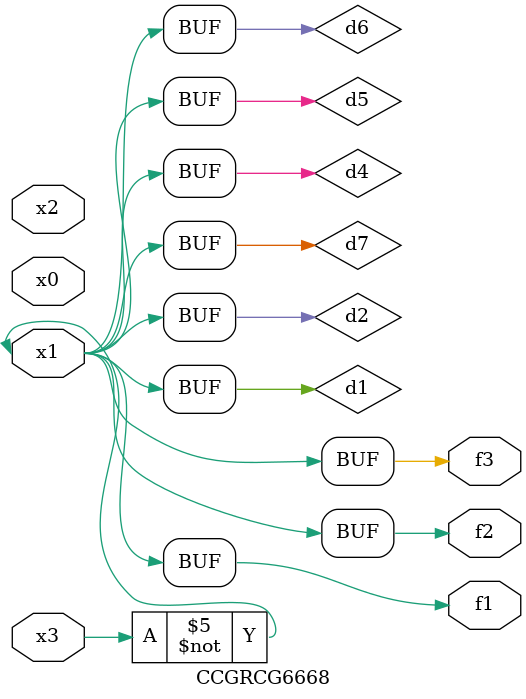
<source format=v>
module CCGRCG6668(
	input x0, x1, x2, x3,
	output f1, f2, f3
);

	wire d1, d2, d3, d4, d5, d6, d7;

	not (d1, x3);
	buf (d2, x1);
	xnor (d3, d1, d2);
	nor (d4, d1);
	buf (d5, d1, d2);
	buf (d6, d4, d5);
	nand (d7, d4);
	assign f1 = d6;
	assign f2 = d7;
	assign f3 = d6;
endmodule

</source>
